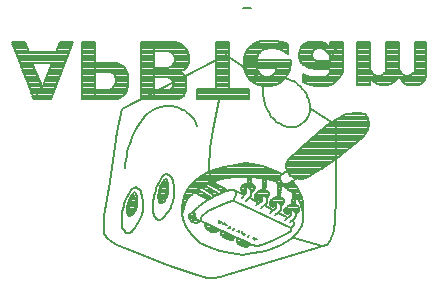
<source format=gbo>
G75*
G70*
%OFA0B0*%
%FSLAX24Y24*%
%IPPOS*%
%LPD*%
%AMOC8*
5,1,8,0,0,1.08239X$1,22.5*
%
%ADD10C,0.0080*%
D10*
X005828Y004216D02*
X005808Y004276D01*
X005788Y004456D01*
X005788Y004856D01*
X005988Y006006D01*
X006228Y007656D01*
X006388Y008416D01*
X009868Y010216D01*
X011148Y009376D01*
X011175Y009500D02*
X011243Y009493D01*
X011302Y009499D01*
X011359Y009516D01*
X011412Y009544D01*
X011458Y009582D01*
X011496Y009628D01*
X011524Y009681D01*
X011541Y009738D01*
X011547Y009797D01*
X010895Y009797D01*
X010895Y010015D01*
X010460Y010015D01*
X010469Y010124D01*
X010494Y010230D01*
X010536Y010331D01*
X010593Y010424D01*
X010664Y010507D01*
X010747Y010578D01*
X010840Y010635D01*
X010941Y010676D01*
X011047Y010702D01*
X011156Y010710D01*
X011460Y010710D01*
X011721Y010667D01*
X011938Y010580D01*
X011938Y010276D01*
X011721Y010406D01*
X011460Y010450D01*
X011286Y010450D01*
X011218Y010444D01*
X011152Y010426D01*
X011090Y010397D01*
X011035Y010358D01*
X010986Y010310D01*
X010947Y010254D01*
X010918Y010192D01*
X010901Y010126D01*
X010895Y010058D01*
X012025Y010058D01*
X012025Y009971D01*
X012016Y009849D01*
X011987Y009729D01*
X011940Y009616D01*
X011876Y009511D01*
X011796Y009418D01*
X011703Y009338D01*
X011598Y009274D01*
X011484Y009227D01*
X011365Y009198D01*
X011243Y009189D01*
X011199Y009189D01*
X011084Y009198D01*
X010971Y009225D01*
X010864Y009269D01*
X010765Y009330D01*
X010676Y009405D01*
X010601Y009493D01*
X010541Y009592D01*
X010496Y009699D01*
X010469Y009812D01*
X010460Y009928D01*
X010460Y010015D01*
X010895Y010015D01*
X010895Y009841D01*
X010901Y009773D01*
X010921Y009708D01*
X010953Y009648D01*
X010997Y009595D01*
X011049Y009552D01*
X011110Y009519D01*
X011175Y009500D01*
X011159Y009504D02*
X010594Y009504D01*
X010546Y009583D02*
X011011Y009583D01*
X010946Y009662D02*
X010512Y009662D01*
X010486Y009740D02*
X010911Y009740D01*
X010897Y009819D02*
X012008Y009819D01*
X012019Y009897D02*
X010895Y009897D01*
X010462Y009897D01*
X010469Y009819D02*
X010895Y009819D01*
X010895Y009976D02*
X012025Y009976D01*
X012025Y010054D02*
X010463Y010054D01*
X010460Y009976D02*
X010895Y009976D01*
X010903Y010133D02*
X010471Y010133D01*
X010490Y010211D02*
X010927Y010211D01*
X010972Y010290D02*
X010519Y010290D01*
X010559Y010368D02*
X011049Y010368D01*
X011257Y010447D02*
X010613Y010447D01*
X010686Y010526D02*
X011938Y010526D01*
X011938Y010447D02*
X011475Y010447D01*
X011784Y010368D02*
X011938Y010368D01*
X011938Y010290D02*
X011915Y010290D01*
X012286Y010276D02*
X012330Y010015D01*
X012460Y009884D01*
X012634Y009797D01*
X012895Y009754D01*
X013330Y009754D01*
X013330Y009623D01*
X013243Y009536D01*
X013156Y009493D01*
X012721Y009493D01*
X012547Y009536D01*
X012417Y009580D01*
X012417Y009319D01*
X012677Y009232D01*
X012851Y009189D01*
X013199Y009189D01*
X013373Y009232D01*
X013504Y009319D01*
X013634Y009449D01*
X013721Y009580D01*
X013764Y009667D01*
X013764Y010667D01*
X013634Y010667D01*
X013330Y010015D01*
X012851Y010015D01*
X012764Y010102D01*
X012721Y010232D01*
X012764Y010363D01*
X012895Y010450D01*
X013025Y010450D01*
X013156Y010406D01*
X013330Y010232D01*
X013330Y010058D01*
X013634Y010667D01*
X013330Y010667D01*
X013330Y010450D01*
X013156Y010623D01*
X013025Y010667D01*
X012677Y010667D01*
X012504Y010623D01*
X012373Y010493D01*
X012286Y010276D01*
X012292Y010290D02*
X012740Y010290D01*
X012728Y010211D02*
X012297Y010211D01*
X012310Y010133D02*
X012754Y010133D01*
X012812Y010054D02*
X012323Y010054D01*
X012369Y009976D02*
X013764Y009976D01*
X013764Y010054D02*
X013348Y010054D01*
X013330Y010133D02*
X013367Y010133D01*
X013385Y010133D02*
X013764Y010133D01*
X013764Y010211D02*
X013421Y010211D01*
X013406Y010211D02*
X013330Y010211D01*
X013272Y010290D02*
X013446Y010290D01*
X013458Y010290D02*
X013764Y010290D01*
X013764Y010368D02*
X013495Y010368D01*
X013485Y010368D02*
X013193Y010368D01*
X013254Y010526D02*
X012406Y010526D01*
X012355Y010447D02*
X012891Y010447D01*
X012773Y010368D02*
X012323Y010368D01*
X012484Y010604D02*
X013175Y010604D01*
X013330Y010604D02*
X013603Y010604D01*
X013605Y010604D02*
X013764Y010604D01*
X013764Y010526D02*
X013568Y010526D01*
X013563Y010526D02*
X013330Y010526D01*
X013524Y010447D02*
X013033Y010447D01*
X013531Y010447D02*
X013764Y010447D01*
X014243Y010447D02*
X014678Y010447D01*
X014678Y010526D02*
X014243Y010526D01*
X014243Y010604D02*
X014678Y010604D01*
X014678Y010667D02*
X014243Y010667D01*
X014243Y009232D01*
X014678Y009232D01*
X014678Y009449D01*
X014764Y009363D01*
X014895Y009276D01*
X015069Y009232D01*
X015199Y009232D01*
X015373Y009276D01*
X015504Y009363D01*
X015591Y009449D01*
X015678Y009449D01*
X015765Y009319D01*
X015895Y009232D01*
X016286Y009232D01*
X016373Y009276D01*
X016504Y009406D01*
X016547Y009536D01*
X016547Y010667D01*
X016156Y010667D01*
X016156Y009667D01*
X016069Y009580D01*
X015982Y009536D01*
X015851Y009536D01*
X015721Y009580D01*
X015634Y009754D01*
X015634Y010667D01*
X015199Y010667D01*
X015199Y009667D01*
X015112Y009580D01*
X015025Y009536D01*
X014851Y009536D01*
X014764Y009580D01*
X014678Y009754D01*
X014678Y010667D01*
X014678Y010368D02*
X014243Y010368D01*
X014243Y010290D02*
X014678Y010290D01*
X014678Y010211D02*
X014243Y010211D01*
X014243Y010133D02*
X014678Y010133D01*
X014678Y010054D02*
X014243Y010054D01*
X014243Y009976D02*
X014678Y009976D01*
X014678Y009897D02*
X014243Y009897D01*
X014243Y009819D02*
X014678Y009819D01*
X014684Y009740D02*
X014243Y009740D01*
X014243Y009662D02*
X014724Y009662D01*
X014763Y009583D02*
X014243Y009583D01*
X014243Y009504D02*
X016536Y009504D01*
X016547Y009583D02*
X016072Y009583D01*
X016151Y009662D02*
X016547Y009662D01*
X016547Y009740D02*
X016156Y009740D01*
X016156Y009819D02*
X016547Y009819D01*
X016547Y009897D02*
X016156Y009897D01*
X016156Y009976D02*
X016547Y009976D01*
X016547Y010054D02*
X016156Y010054D01*
X016156Y010133D02*
X016547Y010133D01*
X016547Y010211D02*
X016156Y010211D01*
X016156Y010290D02*
X016547Y010290D01*
X016547Y010368D02*
X016156Y010368D01*
X016156Y010447D02*
X016547Y010447D01*
X016547Y010526D02*
X016156Y010526D01*
X016156Y010604D02*
X016547Y010604D01*
X015634Y010604D02*
X015199Y010604D01*
X015199Y010526D02*
X015634Y010526D01*
X015634Y010447D02*
X015199Y010447D01*
X015199Y010368D02*
X015634Y010368D01*
X015634Y010290D02*
X015199Y010290D01*
X015199Y010211D02*
X015634Y010211D01*
X015634Y010133D02*
X015199Y010133D01*
X015199Y010054D02*
X015634Y010054D01*
X015634Y009976D02*
X015199Y009976D01*
X015199Y009897D02*
X015634Y009897D01*
X015634Y009819D02*
X015199Y009819D01*
X015199Y009740D02*
X015641Y009740D01*
X015680Y009662D02*
X015194Y009662D01*
X015115Y009583D02*
X015720Y009583D01*
X015693Y009426D02*
X016510Y009426D01*
X016445Y009347D02*
X015746Y009347D01*
X015840Y009269D02*
X016360Y009269D01*
X015567Y009426D02*
X014701Y009426D01*
X014678Y009426D02*
X014243Y009426D01*
X014243Y009347D02*
X014678Y009347D01*
X014678Y009269D02*
X014243Y009269D01*
X014787Y009347D02*
X015481Y009347D01*
X015346Y009269D02*
X014922Y009269D01*
X013762Y009662D02*
X013330Y009662D01*
X013330Y009740D02*
X013764Y009740D01*
X013764Y009819D02*
X012591Y009819D01*
X012447Y009897D02*
X013764Y009897D01*
X013723Y009583D02*
X013289Y009583D01*
X013179Y009504D02*
X013671Y009504D01*
X013610Y009426D02*
X012417Y009426D01*
X012417Y009504D02*
X012675Y009504D01*
X012567Y009269D02*
X013428Y009269D01*
X013532Y009347D02*
X012417Y009347D01*
X011108Y009216D02*
X011100Y009144D01*
X011096Y009071D01*
X011095Y008999D01*
X011099Y008926D01*
X011107Y008854D01*
X011119Y008783D01*
X011134Y008712D01*
X011153Y008642D01*
X011177Y008573D01*
X011203Y008506D01*
X011234Y008440D01*
X011268Y008376D01*
X011828Y009456D02*
X011889Y009441D01*
X011949Y009423D01*
X012008Y009401D01*
X012066Y009375D01*
X012122Y009346D01*
X012176Y009314D01*
X012228Y009279D01*
X012278Y009241D01*
X012325Y009200D01*
X012370Y009156D01*
X012412Y009109D01*
X012452Y009060D01*
X012489Y009009D01*
X012522Y008956D01*
X012552Y008901D01*
X012579Y008844D01*
X012603Y008786D01*
X012623Y008726D01*
X012639Y008665D01*
X012652Y008604D01*
X012661Y008541D01*
X012666Y008479D01*
X012668Y008416D01*
X012708Y008416D02*
X013548Y007896D01*
X013548Y005456D01*
X013508Y004736D01*
X013468Y004376D01*
X013348Y004016D01*
X013228Y003896D01*
X013068Y003856D01*
X012148Y004136D01*
X012028Y004096D02*
X011708Y003896D01*
X011308Y003736D01*
X011028Y003656D01*
X010748Y003616D01*
X010428Y003576D01*
X010028Y003616D01*
X009668Y003696D01*
X009308Y003816D01*
X008988Y003976D01*
X008748Y004216D01*
X008548Y004496D01*
X008428Y004776D01*
X008408Y004936D01*
X008468Y005136D01*
X008408Y005156D01*
X008408Y004936D01*
X008468Y005136D02*
X008508Y005276D01*
X008588Y005456D01*
X008908Y005736D01*
X009308Y005976D01*
X009708Y006096D01*
X010148Y006176D01*
X010668Y006176D01*
X011108Y006136D01*
X011508Y006016D01*
X011828Y005816D01*
X012108Y005616D01*
X012208Y005556D01*
X012168Y005216D01*
X012208Y005216D01*
X012288Y005156D01*
X012308Y005096D01*
X012288Y005016D01*
X012228Y004976D01*
X012048Y005096D01*
X012008Y005056D01*
X012008Y004976D01*
X011908Y004936D01*
X011828Y004976D01*
X011808Y005076D01*
X011888Y005156D01*
X011988Y005216D01*
X012068Y005236D01*
X012108Y005616D01*
X012348Y005336D01*
X012428Y004976D01*
X012428Y004736D01*
X012388Y004536D01*
X012228Y004296D01*
X012028Y004096D01*
X011948Y004296D02*
X012028Y004376D01*
X012048Y004456D01*
X012148Y004556D01*
X012148Y004636D01*
X012088Y004696D01*
X012148Y004776D02*
X011988Y004656D01*
X011828Y004736D02*
X012028Y004896D01*
X012028Y005056D01*
X012008Y005027D02*
X011818Y005027D01*
X011838Y005106D02*
X012305Y005106D01*
X012291Y005027D02*
X012151Y005027D01*
X012188Y004976D02*
X012188Y004856D01*
X012148Y004776D01*
X011908Y004816D02*
X011608Y004976D01*
X011708Y005056D01*
X011708Y005216D01*
X011728Y005236D02*
X011568Y005336D01*
X011528Y005296D01*
X011508Y005196D01*
X011428Y005176D01*
X011348Y005236D01*
X011348Y005356D01*
X011428Y005436D01*
X011548Y005496D01*
X011588Y005536D01*
X011608Y005936D01*
X011708Y005896D01*
X011668Y005496D01*
X011728Y005456D01*
X011788Y005396D01*
X011788Y005336D01*
X011768Y005276D01*
X011728Y005236D01*
X011755Y005263D02*
X011685Y005263D01*
X011788Y005342D02*
X011348Y005342D01*
X011348Y005263D02*
X011522Y005263D01*
X011548Y005296D02*
X011548Y005136D01*
X011348Y004976D01*
X011428Y005056D02*
X011128Y005216D01*
X011188Y005256D02*
X011228Y005296D01*
X011228Y005456D01*
X011228Y005476D02*
X011088Y005576D01*
X011048Y005516D01*
X011008Y005396D01*
X010888Y005396D01*
X010828Y005456D01*
X010828Y005576D01*
X010928Y005676D01*
X011048Y005736D01*
X011088Y005776D01*
X011108Y006096D01*
X011208Y006096D01*
X011188Y005876D01*
X011168Y005736D01*
X011228Y005696D01*
X011308Y005636D01*
X011308Y005576D01*
X011268Y005496D01*
X011228Y005476D01*
X011197Y005499D02*
X011270Y005499D01*
X011308Y005577D02*
X010829Y005577D01*
X010828Y005499D02*
X011043Y005499D01*
X011068Y005536D02*
X011068Y005376D01*
X010968Y005296D01*
X010668Y005456D01*
X010708Y005536D02*
X010548Y005376D01*
X010388Y005456D02*
X010548Y005616D01*
X010548Y005776D01*
X010565Y005813D02*
X010387Y005813D01*
X010368Y005756D02*
X010408Y005876D01*
X010468Y005916D01*
X010588Y005936D01*
X010588Y006136D01*
X010708Y006136D01*
X010708Y005936D01*
X010808Y005896D01*
X010828Y005816D01*
X010808Y005716D01*
X010748Y005656D01*
X010728Y005716D01*
X010568Y005816D01*
X010508Y005756D01*
X010488Y005616D01*
X010408Y005636D01*
X010368Y005756D01*
X010376Y005734D02*
X010505Y005734D01*
X010494Y005656D02*
X010402Y005656D01*
X010468Y005556D02*
X010188Y005696D01*
X010108Y005736D01*
X010028Y005736D01*
X009868Y005696D01*
X009508Y005536D01*
X009628Y005596D01*
X009148Y005896D01*
X009028Y005836D01*
X009508Y005536D01*
X009188Y005376D01*
X008948Y005176D01*
X008788Y005016D01*
X008828Y004856D01*
X008908Y004736D01*
X009028Y004696D01*
X010748Y003896D01*
X010908Y003856D01*
X011068Y003896D01*
X011468Y004056D01*
X011948Y004296D01*
X012048Y004456D02*
X010148Y005376D01*
X010068Y005376D01*
X009868Y005296D01*
X009268Y005016D01*
X009028Y004816D01*
X009028Y004696D01*
X008968Y004713D02*
X008717Y004713D01*
X008748Y004676D02*
X008868Y004616D01*
X008968Y004656D01*
X008968Y004716D01*
X008888Y004736D01*
X008808Y004836D01*
X008788Y004996D01*
X008708Y004976D01*
X008648Y004896D01*
X008648Y004796D01*
X008748Y004676D01*
X008831Y004635D02*
X008915Y004635D01*
X008844Y004792D02*
X008652Y004792D01*
X008648Y004870D02*
X008804Y004870D01*
X008794Y004949D02*
X008688Y004949D01*
X008482Y005185D02*
X008413Y005185D01*
X008408Y005156D02*
X008468Y005536D01*
X008528Y005676D01*
X008628Y005816D01*
X008788Y005996D01*
X008948Y006136D01*
X009348Y006376D01*
X009788Y006496D01*
X010188Y006576D01*
X010548Y006616D01*
X011108Y006536D01*
X011668Y006296D01*
X011708Y006256D01*
X011668Y006176D01*
X011668Y006096D01*
X011708Y005976D01*
X011828Y005936D01*
X011948Y005936D01*
X012068Y006016D01*
X012228Y005816D01*
X012388Y005496D01*
X012428Y005296D01*
X012428Y004976D01*
X012428Y005027D02*
X012417Y005027D01*
X012428Y005106D02*
X012399Y005106D01*
X012382Y005185D02*
X012428Y005185D01*
X012428Y005263D02*
X012365Y005263D01*
X012344Y005342D02*
X012419Y005342D01*
X012404Y005420D02*
X012276Y005420D01*
X012192Y005420D02*
X012088Y005420D01*
X012079Y005342D02*
X012183Y005342D01*
X012174Y005263D02*
X012071Y005263D01*
X011936Y005185D02*
X012250Y005185D01*
X012209Y005499D02*
X012387Y005499D01*
X012348Y005577D02*
X012142Y005577D01*
X012173Y005577D02*
X012104Y005577D01*
X012096Y005499D02*
X012202Y005499D01*
X012309Y005656D02*
X012053Y005656D01*
X011943Y005734D02*
X012269Y005734D01*
X012230Y005813D02*
X011833Y005813D01*
X011700Y005813D02*
X011602Y005813D01*
X011606Y005891D02*
X011708Y005891D01*
X012168Y005891D01*
X012105Y005970D02*
X011999Y005970D01*
X012028Y005976D02*
X012268Y006176D01*
X012203Y006127D02*
X012512Y006127D01*
X012548Y006136D02*
X012388Y006096D01*
X012148Y006136D01*
X011988Y006216D01*
X011908Y006376D01*
X011708Y006216D01*
X011683Y006206D02*
X009064Y006206D01*
X008938Y006127D02*
X009879Y006127D01*
X009550Y006049D02*
X008848Y006049D01*
X008765Y005970D02*
X009298Y005970D01*
X009258Y005970D02*
X009476Y005970D01*
X009386Y005891D02*
X009603Y005891D01*
X009514Y005813D02*
X009731Y005813D01*
X009641Y005734D02*
X009859Y005734D01*
X009888Y005716D02*
X009768Y005656D01*
X009248Y005976D01*
X009368Y006036D01*
X009888Y005716D01*
X009591Y005577D02*
X009443Y005577D01*
X009388Y005476D02*
X009248Y005416D01*
X008808Y005676D01*
X008908Y005756D01*
X009388Y005476D01*
X009350Y005499D02*
X009109Y005499D01*
X009215Y005577D02*
X008976Y005577D01*
X009080Y005656D02*
X008843Y005656D01*
X008817Y005656D02*
X008520Y005656D01*
X008486Y005577D02*
X008727Y005577D01*
X008637Y005499D02*
X008462Y005499D01*
X007628Y005336D02*
X007619Y005394D01*
X007613Y005451D01*
X007611Y005509D01*
X007613Y005568D01*
X007618Y005625D01*
X007628Y005683D01*
X007641Y005739D01*
X007657Y005795D01*
X007677Y005849D01*
X007701Y005902D01*
X007728Y005954D01*
X007758Y006003D01*
X007792Y006051D01*
X007828Y006096D01*
X007868Y006096D01*
X007749Y006176D02*
X007762Y006195D01*
X007777Y006212D01*
X007795Y006226D01*
X007815Y006238D01*
X007837Y006246D01*
X007859Y006252D01*
X007882Y006254D01*
X007905Y006253D01*
X007928Y006248D01*
X007949Y006240D01*
X007970Y006229D01*
X007988Y006216D01*
X007828Y006016D02*
X007908Y005776D01*
X007828Y005496D01*
X007668Y005336D01*
X007668Y005696D01*
X007828Y006016D01*
X007844Y005970D02*
X007805Y005970D01*
X007766Y005891D02*
X007870Y005891D01*
X007896Y005813D02*
X007727Y005813D01*
X007687Y005734D02*
X007896Y005734D01*
X007874Y005656D02*
X007668Y005656D01*
X007668Y005577D02*
X007851Y005577D01*
X007829Y005499D02*
X007668Y005499D01*
X007668Y005420D02*
X007752Y005420D01*
X007788Y005336D02*
X007708Y005296D01*
X007668Y005296D01*
X007628Y005336D01*
X007668Y005342D02*
X007674Y005342D01*
X007428Y005016D02*
X007433Y004982D01*
X007440Y004949D01*
X007451Y004916D01*
X007465Y004885D01*
X007482Y004855D01*
X007501Y004826D01*
X007524Y004800D01*
X007548Y004776D01*
X007549Y004776D02*
X007567Y004763D01*
X007588Y004752D01*
X007609Y004744D01*
X007632Y004739D01*
X007655Y004738D01*
X007678Y004740D01*
X007700Y004746D01*
X007722Y004754D01*
X007742Y004766D01*
X007760Y004780D01*
X007775Y004797D01*
X007788Y004816D01*
X006588Y004896D02*
X006579Y004954D01*
X006573Y005011D01*
X006571Y005069D01*
X006573Y005128D01*
X006578Y005185D01*
X006588Y005243D01*
X006601Y005299D01*
X006617Y005355D01*
X006637Y005409D01*
X006661Y005462D01*
X006688Y005514D01*
X006718Y005563D01*
X006752Y005611D01*
X006788Y005656D01*
X006828Y005656D01*
X006709Y005736D02*
X006722Y005755D01*
X006737Y005772D01*
X006755Y005786D01*
X006775Y005798D01*
X006797Y005806D01*
X006819Y005812D01*
X006842Y005814D01*
X006865Y005813D01*
X006888Y005808D01*
X006909Y005800D01*
X006930Y005789D01*
X006948Y005776D01*
X008108Y005977D02*
X008122Y005912D01*
X008133Y005847D01*
X008141Y005781D01*
X008144Y005715D01*
X008145Y005648D01*
X008141Y005582D01*
X008134Y005516D01*
X008124Y005451D01*
X008110Y005386D01*
X008092Y005323D01*
X008071Y005260D01*
X008046Y005198D01*
X008019Y005138D01*
X007988Y005080D01*
X007954Y005023D01*
X007916Y004968D01*
X007876Y004915D01*
X007833Y004865D01*
X007788Y004817D01*
X006708Y005736D02*
X006661Y005662D01*
X006617Y005587D01*
X006577Y005509D01*
X006540Y005429D01*
X006508Y005348D01*
X006479Y005266D01*
X006454Y005182D01*
X006432Y005097D01*
X006415Y005012D01*
X006401Y004925D01*
X006392Y004838D01*
X006386Y004751D01*
X006385Y004663D01*
X006388Y004576D01*
X006509Y004336D02*
X006527Y004323D01*
X006548Y004312D01*
X006569Y004304D01*
X006592Y004299D01*
X006615Y004298D01*
X006638Y004300D01*
X006660Y004306D01*
X006682Y004314D01*
X006702Y004326D01*
X006720Y004340D01*
X006735Y004357D01*
X006748Y004376D01*
X006508Y004336D02*
X006484Y004360D01*
X006461Y004386D01*
X006442Y004415D01*
X006425Y004445D01*
X006411Y004476D01*
X006400Y004509D01*
X006393Y004542D01*
X006388Y004576D01*
X006628Y004856D02*
X006668Y004856D01*
X006748Y004896D01*
X006681Y004949D02*
X006628Y004949D01*
X006628Y004896D02*
X006788Y005056D01*
X006868Y005336D01*
X006788Y005576D01*
X006628Y005256D01*
X006628Y004896D01*
X006588Y004896D02*
X006628Y004856D01*
X006628Y005027D02*
X006760Y005027D01*
X006803Y005106D02*
X006628Y005106D01*
X006628Y005185D02*
X006825Y005185D01*
X006847Y005263D02*
X006632Y005263D01*
X006671Y005342D02*
X006867Y005342D01*
X006840Y005420D02*
X006710Y005420D01*
X006750Y005499D02*
X006814Y005499D01*
X007068Y005536D02*
X007060Y005574D01*
X007048Y005611D01*
X007034Y005647D01*
X007017Y005682D01*
X006996Y005715D01*
X006974Y005747D01*
X006948Y005776D01*
X007788Y005336D02*
X007820Y005376D01*
X007848Y005418D01*
X007873Y005462D01*
X007894Y005508D01*
X007913Y005555D01*
X007927Y005604D01*
X007938Y005653D01*
X007945Y005704D01*
X007949Y005754D01*
X007948Y005805D01*
X007944Y005856D01*
X007936Y005906D01*
X007925Y005955D01*
X007909Y006004D01*
X007891Y006051D01*
X007868Y006096D01*
X007988Y006216D02*
X008014Y006187D01*
X008036Y006155D01*
X008057Y006122D01*
X008074Y006087D01*
X008088Y006051D01*
X008100Y006014D01*
X008108Y005976D01*
X008570Y005734D02*
X008906Y005734D01*
X008881Y005734D02*
X008946Y005734D01*
X009036Y005813D02*
X008626Y005813D01*
X008695Y005891D02*
X009167Y005891D01*
X009156Y005891D02*
X009139Y005891D01*
X009066Y005813D02*
X009281Y005813D01*
X009191Y005734D02*
X009407Y005734D01*
X009317Y005656D02*
X009533Y005656D01*
X009258Y005420D02*
X009241Y005420D01*
X007748Y006176D02*
X007701Y006102D01*
X007657Y006027D01*
X007617Y005949D01*
X007580Y005869D01*
X007548Y005788D01*
X007519Y005706D01*
X007494Y005622D01*
X007472Y005537D01*
X007455Y005452D01*
X007441Y005365D01*
X007432Y005278D01*
X007426Y005191D01*
X007425Y005103D01*
X007428Y005016D01*
X008425Y005263D02*
X008505Y005263D01*
X008537Y005342D02*
X008438Y005342D01*
X008450Y005420D02*
X008572Y005420D01*
X009188Y004616D02*
X009648Y004396D01*
X009548Y004336D01*
X009388Y004316D01*
X009228Y004416D01*
X009168Y004516D01*
X009188Y004616D01*
X009176Y004556D02*
X009314Y004556D01*
X009191Y004478D02*
X009478Y004478D01*
X009424Y004321D02*
X009381Y004321D01*
X009256Y004399D02*
X009642Y004399D01*
X009708Y004376D02*
X010148Y004136D01*
X010108Y004076D01*
X010008Y004056D01*
X009828Y004116D01*
X009688Y004256D01*
X009708Y004376D01*
X009699Y004321D02*
X009810Y004321D01*
X009702Y004242D02*
X009954Y004242D01*
X009922Y004085D02*
X010114Y004085D01*
X010098Y004164D02*
X009781Y004164D01*
X009968Y004456D02*
X009948Y004476D01*
X009988Y004476D02*
X010008Y004536D01*
X009888Y004576D02*
X009868Y004576D01*
X009868Y004556D02*
X009808Y004636D01*
X009788Y004616D02*
X009768Y004596D01*
X009728Y004676D02*
X009648Y004636D01*
X009648Y004716D01*
X010088Y004396D02*
X010148Y004456D01*
X010148Y004436D02*
X010148Y004416D01*
X010228Y004356D02*
X010248Y004356D01*
X010288Y004336D02*
X010288Y004396D01*
X010408Y004356D02*
X010408Y004296D01*
X010428Y004276D02*
X010508Y004276D01*
X010468Y004256D02*
X010468Y004236D01*
X010608Y004176D02*
X010648Y004216D01*
X010768Y004116D02*
X010888Y004096D01*
X010828Y004056D02*
X010808Y004096D01*
X010499Y004006D02*
X010240Y004006D01*
X010228Y004036D02*
X010268Y003936D01*
X010408Y003856D01*
X010568Y003836D01*
X010688Y003916D01*
X010268Y004116D01*
X010228Y004036D01*
X010253Y004085D02*
X010334Y004085D01*
X010283Y003928D02*
X010664Y003928D01*
X010588Y003849D02*
X010463Y003849D01*
X009668Y002836D02*
X009468Y002796D01*
X009228Y002796D01*
X008788Y002916D01*
X007988Y003196D01*
X006228Y003896D01*
X006068Y003996D01*
X005908Y004136D01*
X005828Y004216D01*
X006748Y004377D02*
X006793Y004425D01*
X006836Y004475D01*
X006876Y004528D01*
X006914Y004583D01*
X006948Y004640D01*
X006979Y004698D01*
X007006Y004758D01*
X007031Y004820D01*
X007052Y004883D01*
X007070Y004946D01*
X007084Y005011D01*
X007094Y005076D01*
X007101Y005142D01*
X007105Y005208D01*
X007104Y005275D01*
X007101Y005341D01*
X007093Y005407D01*
X007082Y005472D01*
X007068Y005537D01*
X006828Y005656D02*
X006851Y005611D01*
X006869Y005564D01*
X006885Y005515D01*
X006896Y005466D01*
X006904Y005416D01*
X006908Y005365D01*
X006909Y005314D01*
X006905Y005264D01*
X006898Y005213D01*
X006887Y005164D01*
X006873Y005115D01*
X006854Y005068D01*
X006833Y005022D01*
X006808Y004978D01*
X006780Y004936D01*
X006748Y004896D01*
X009195Y006284D02*
X011680Y006284D01*
X011668Y006127D02*
X011139Y006127D01*
X011105Y006049D02*
X011204Y006049D01*
X011197Y005970D02*
X011100Y005970D01*
X011096Y005891D02*
X011190Y005891D01*
X011179Y005813D02*
X011091Y005813D01*
X011045Y005734D02*
X011171Y005734D01*
X011282Y005656D02*
X010908Y005656D01*
X010812Y005734D02*
X010699Y005734D01*
X010708Y005696D02*
X010708Y005536D01*
X010864Y005420D02*
X011016Y005420D01*
X010968Y005296D02*
X010868Y005216D01*
X011028Y005136D02*
X011188Y005256D01*
X011417Y005185D02*
X011462Y005185D01*
X011412Y005420D02*
X011764Y005420D01*
X011669Y005499D02*
X011551Y005499D01*
X011590Y005577D02*
X011676Y005577D01*
X011684Y005656D02*
X011594Y005656D01*
X011598Y005734D02*
X011692Y005734D01*
X011727Y005970D02*
X011582Y005970D01*
X011684Y006049D02*
X011400Y006049D01*
X011513Y006363D02*
X009326Y006363D01*
X006509Y006447D02*
X006516Y006583D01*
X006531Y006718D01*
X006551Y006853D01*
X006578Y006986D01*
X006612Y007118D01*
X006651Y007248D01*
X006697Y007377D01*
X006749Y007503D01*
X006806Y007626D01*
X006870Y007747D01*
X006939Y007864D01*
X007014Y007978D01*
X007093Y008088D01*
X007179Y008194D01*
X007269Y008297D01*
X007460Y008754D02*
X007025Y008754D01*
X007025Y010667D01*
X007460Y010667D01*
X007460Y010363D01*
X007895Y010363D01*
X007946Y010358D01*
X007995Y010343D01*
X008040Y010319D01*
X008079Y010286D01*
X008112Y010247D01*
X008136Y010202D01*
X008151Y010153D01*
X008156Y010102D01*
X008156Y010058D01*
X008151Y010007D01*
X008136Y009958D01*
X008112Y009913D01*
X008079Y009874D01*
X008040Y009841D01*
X007994Y009817D01*
X007946Y009802D01*
X007895Y009797D01*
X007460Y009797D01*
X007460Y009493D01*
X007895Y009493D01*
X007937Y009489D01*
X007978Y009476D01*
X008015Y009456D01*
X008048Y009429D01*
X008075Y009396D01*
X008096Y009359D01*
X008108Y009318D01*
X008112Y009276D01*
X008112Y009232D01*
X008108Y009193D01*
X008095Y009157D01*
X008074Y009124D01*
X008047Y009096D01*
X008014Y009075D01*
X007977Y009063D01*
X007938Y009058D01*
X007460Y009058D01*
X007460Y008754D01*
X008156Y008754D01*
X008228Y008757D01*
X008299Y008774D01*
X008365Y008804D01*
X008423Y008847D01*
X008473Y008900D01*
X008510Y008962D01*
X008536Y009030D01*
X008547Y009102D01*
X008547Y009363D01*
X008541Y009422D01*
X008524Y009479D01*
X008496Y009532D01*
X008458Y009578D01*
X008412Y009616D01*
X008359Y009644D01*
X008302Y009661D01*
X008243Y009667D01*
X008310Y009673D01*
X008376Y009690D01*
X008438Y009719D01*
X008494Y009758D01*
X008542Y009807D01*
X008581Y009863D01*
X008610Y009924D01*
X008628Y009990D01*
X008634Y010058D01*
X008634Y010102D01*
X008625Y010200D01*
X008600Y010295D01*
X008558Y010384D01*
X008502Y010465D01*
X008432Y010535D01*
X008351Y010591D01*
X008262Y010633D01*
X008167Y010658D01*
X008069Y010667D01*
X007460Y010667D01*
X007460Y008754D01*
X007460Y008798D02*
X008351Y008798D01*
X008451Y008876D02*
X007460Y008876D01*
X007025Y008876D01*
X007025Y008798D02*
X007460Y008798D01*
X007460Y008955D02*
X008506Y008955D01*
X008536Y009033D02*
X007460Y009033D01*
X007025Y009033D01*
X007025Y008955D02*
X007460Y008955D01*
X007460Y009112D02*
X007025Y009112D01*
X007025Y009190D02*
X007460Y009190D01*
X007460Y009269D02*
X007025Y009269D01*
X007025Y009347D02*
X007460Y009347D01*
X007460Y009426D02*
X007025Y009426D01*
X007025Y009504D02*
X007460Y009504D01*
X008510Y009504D01*
X008540Y009426D02*
X008051Y009426D01*
X008099Y009347D02*
X008547Y009347D01*
X008547Y009269D02*
X008112Y009269D01*
X008107Y009190D02*
X008547Y009190D01*
X008547Y009112D02*
X008062Y009112D01*
X008451Y009583D02*
X007460Y009583D01*
X007025Y009583D01*
X007025Y009662D02*
X007460Y009662D01*
X008297Y009662D01*
X008468Y009740D02*
X007460Y009740D01*
X007025Y009740D01*
X007025Y009819D02*
X007460Y009819D01*
X007460Y009897D02*
X007025Y009897D01*
X007025Y009976D02*
X007460Y009976D01*
X007460Y010054D02*
X007025Y010054D01*
X007025Y010133D02*
X007460Y010133D01*
X007460Y010211D02*
X007025Y010211D01*
X007025Y010290D02*
X007460Y010290D01*
X007460Y010368D02*
X008565Y010368D01*
X008601Y010290D02*
X008075Y010290D01*
X008131Y010211D02*
X008622Y010211D01*
X008631Y010133D02*
X008153Y010133D01*
X008155Y010054D02*
X008634Y010054D01*
X008624Y009976D02*
X008141Y009976D01*
X008098Y009897D02*
X008598Y009897D01*
X008551Y009819D02*
X007997Y009819D01*
X007460Y010368D02*
X007025Y010368D01*
X007025Y010447D02*
X007460Y010447D01*
X008514Y010447D01*
X008441Y010526D02*
X007460Y010526D01*
X007025Y010526D01*
X007025Y010604D02*
X007460Y010604D01*
X008324Y010604D01*
X009547Y010604D02*
X009982Y010604D01*
X009982Y010667D02*
X009547Y010667D01*
X009547Y009102D01*
X008895Y009102D01*
X008895Y008754D01*
X010634Y008754D01*
X010634Y009102D01*
X009982Y009102D01*
X009982Y010667D01*
X009982Y010526D02*
X009547Y010526D01*
X009547Y010447D02*
X009982Y010447D01*
X009982Y010368D02*
X009547Y010368D01*
X009547Y010290D02*
X009982Y010290D01*
X009982Y010211D02*
X009547Y010211D01*
X009547Y010133D02*
X009982Y010133D01*
X009982Y010054D02*
X009547Y010054D01*
X009547Y009976D02*
X009982Y009976D01*
X009982Y009897D02*
X009547Y009897D01*
X009547Y009819D02*
X009982Y009819D01*
X009982Y009740D02*
X009547Y009740D01*
X009547Y009662D02*
X009982Y009662D01*
X009982Y009583D02*
X009547Y009583D01*
X009547Y009504D02*
X009982Y009504D01*
X009982Y009426D02*
X009547Y009426D01*
X009547Y009347D02*
X009982Y009347D01*
X009982Y009269D02*
X009547Y009269D01*
X009547Y009190D02*
X009982Y009190D01*
X009982Y009112D02*
X009547Y009112D01*
X009628Y008736D02*
X009428Y007736D01*
X009348Y007136D01*
X009308Y006456D01*
X009348Y006256D01*
X009587Y006441D02*
X011330Y006441D01*
X011146Y006520D02*
X009907Y006520D01*
X010388Y006598D02*
X010673Y006598D01*
X010708Y006127D02*
X010588Y006127D01*
X010588Y006049D02*
X010708Y006049D01*
X010708Y005970D02*
X010588Y005970D01*
X010574Y005813D02*
X010828Y005813D01*
X010809Y005891D02*
X010431Y005891D01*
X010188Y005696D02*
X010188Y005576D01*
X010148Y005416D01*
X011508Y004896D02*
X011608Y004976D01*
X011883Y004949D02*
X011940Y004949D01*
X013108Y003856D02*
X009668Y002836D01*
X012009Y006206D02*
X012667Y006206D01*
X012548Y006136D02*
X013028Y006416D01*
X013548Y006776D01*
X014028Y007176D01*
X014428Y007496D01*
X014588Y007736D01*
X014628Y007936D01*
X014588Y008136D01*
X014508Y008256D01*
X014268Y008296D01*
X013868Y008256D01*
X013628Y008136D01*
X013228Y007896D01*
X012388Y007176D01*
X011908Y006696D01*
X011868Y006536D01*
X011908Y006376D01*
X011915Y006363D02*
X012937Y006363D01*
X013065Y006441D02*
X011892Y006441D01*
X011872Y006520D02*
X013178Y006520D01*
X013292Y006598D02*
X011884Y006598D01*
X011904Y006677D02*
X013405Y006677D01*
X013518Y006755D02*
X011968Y006755D01*
X012046Y006834D02*
X013618Y006834D01*
X013712Y006913D02*
X012125Y006913D01*
X012203Y006991D02*
X013806Y006991D01*
X013901Y007070D02*
X012282Y007070D01*
X012360Y007148D02*
X013995Y007148D01*
X014092Y007227D02*
X012447Y007227D01*
X012539Y007305D02*
X014190Y007305D01*
X014288Y007384D02*
X012631Y007384D01*
X012722Y007462D02*
X014386Y007462D01*
X014458Y007541D02*
X012814Y007541D01*
X012905Y007619D02*
X014511Y007619D01*
X014563Y007698D02*
X012997Y007698D01*
X013089Y007776D02*
X014596Y007776D01*
X014612Y007855D02*
X013180Y007855D01*
X013291Y007934D02*
X014628Y007934D01*
X014613Y008012D02*
X013422Y008012D01*
X013553Y008091D02*
X014597Y008091D01*
X014566Y008169D02*
X013694Y008169D01*
X013852Y008248D02*
X014514Y008248D01*
X013206Y009190D02*
X012845Y009190D01*
X011748Y007896D02*
X011695Y007919D01*
X011643Y007946D01*
X011593Y007976D01*
X011546Y008010D01*
X011501Y008047D01*
X011458Y008086D01*
X011419Y008129D01*
X011382Y008174D01*
X011348Y008221D01*
X011318Y008271D01*
X011291Y008323D01*
X011268Y008376D01*
X010634Y008798D02*
X008895Y008798D01*
X008895Y008876D02*
X010634Y008876D01*
X010634Y008955D02*
X008895Y008955D01*
X008895Y009033D02*
X010634Y009033D01*
X010864Y009269D02*
X011586Y009269D01*
X011714Y009347D02*
X010744Y009347D01*
X010659Y009426D02*
X011803Y009426D01*
X011870Y009504D02*
X011320Y009504D01*
X011459Y009583D02*
X011920Y009583D01*
X011959Y009662D02*
X011513Y009662D01*
X011541Y009740D02*
X011990Y009740D01*
X011264Y009190D02*
X011178Y009190D01*
X011748Y007896D02*
X011794Y007875D01*
X011841Y007857D01*
X011889Y007843D01*
X011938Y007833D01*
X011988Y007827D01*
X012038Y007825D01*
X012088Y007827D01*
X012138Y007833D01*
X012187Y007843D01*
X012235Y007856D01*
X012282Y007874D01*
X012327Y007895D01*
X012371Y007919D01*
X012413Y007947D01*
X012452Y007979D01*
X012488Y008013D01*
X012522Y008050D01*
X012553Y008090D01*
X012580Y008132D01*
X012604Y008176D01*
X012625Y008221D01*
X012641Y008268D01*
X012654Y008317D01*
X012664Y008366D01*
X012669Y008416D01*
X012802Y006284D02*
X011954Y006284D01*
X008908Y007856D02*
X008883Y007915D01*
X008855Y007972D01*
X008823Y008027D01*
X008788Y008080D01*
X008750Y008131D01*
X008709Y008180D01*
X008665Y008226D01*
X008618Y008269D01*
X008569Y008310D01*
X008517Y008347D01*
X008463Y008381D01*
X008407Y008412D01*
X008350Y008439D01*
X008291Y008463D01*
X008230Y008483D01*
X008169Y008500D01*
X008106Y008513D01*
X008043Y008522D01*
X007980Y008527D01*
X007916Y008528D01*
X007852Y008525D01*
X007789Y008519D01*
X007726Y008509D01*
X007664Y008495D01*
X007603Y008477D01*
X007543Y008455D01*
X007484Y008430D01*
X007427Y008402D01*
X007372Y008370D01*
X007319Y008334D01*
X007268Y008296D01*
X006470Y008900D02*
X006411Y008847D01*
X006343Y008804D01*
X006269Y008774D01*
X006192Y008757D01*
X006112Y008754D01*
X005503Y008754D01*
X005503Y009058D01*
X005895Y009058D01*
X005954Y009064D01*
X006011Y009081D01*
X006064Y009109D01*
X006110Y009147D01*
X006148Y009193D01*
X006176Y009246D01*
X006193Y009303D01*
X006199Y009363D01*
X006199Y009406D01*
X006194Y009457D01*
X006179Y009506D01*
X006155Y009551D01*
X006123Y009590D01*
X006083Y009623D01*
X006038Y009647D01*
X005989Y009662D01*
X005938Y009667D01*
X005503Y009667D01*
X005503Y009971D01*
X006069Y009971D01*
X006149Y009976D01*
X006229Y009966D01*
X006306Y009943D01*
X006377Y009906D01*
X006442Y009858D01*
X006496Y009799D01*
X006540Y009732D01*
X006572Y009658D01*
X006590Y009580D01*
X006590Y009189D01*
X006580Y009110D01*
X006555Y009034D01*
X006518Y008963D01*
X006470Y008900D01*
X006443Y008876D02*
X005503Y008876D01*
X005068Y008876D01*
X005068Y008798D02*
X005503Y008798D01*
X006327Y008798D01*
X006512Y008955D02*
X005503Y008955D01*
X005068Y008955D01*
X005068Y009033D02*
X005503Y009033D01*
X006555Y009033D01*
X006580Y009112D02*
X006066Y009112D01*
X006145Y009190D02*
X006590Y009190D01*
X006590Y009269D02*
X006183Y009269D01*
X006197Y009347D02*
X006590Y009347D01*
X006590Y009426D02*
X006197Y009426D01*
X006180Y009504D02*
X006590Y009504D01*
X006590Y009583D02*
X006129Y009583D01*
X005990Y009662D02*
X006571Y009662D01*
X006535Y009740D02*
X005503Y009740D01*
X005068Y009740D01*
X005068Y009662D02*
X005503Y009662D01*
X005503Y009583D02*
X005068Y009583D01*
X005068Y009504D02*
X005503Y009504D01*
X005503Y009426D02*
X005068Y009426D01*
X005068Y009347D02*
X005503Y009347D01*
X005503Y009269D02*
X005068Y009269D01*
X005068Y009190D02*
X005503Y009190D01*
X005503Y009112D02*
X005068Y009112D01*
X005068Y008754D02*
X005503Y008754D01*
X005503Y010667D01*
X005068Y010667D01*
X005068Y008754D01*
X004163Y009112D02*
X003710Y009112D01*
X003674Y009112D02*
X003321Y009112D01*
X003291Y009190D02*
X003720Y009190D01*
X003721Y009189D02*
X003460Y008754D01*
X002721Y010667D01*
X003155Y010667D01*
X003286Y010319D01*
X004199Y010319D01*
X004329Y010667D01*
X004764Y010667D01*
X004025Y008754D01*
X003460Y008754D01*
X003764Y009189D01*
X004068Y009971D01*
X003416Y009971D01*
X003721Y009189D01*
X003765Y009190D02*
X004194Y009190D01*
X004224Y009269D02*
X003795Y009269D01*
X003826Y009347D02*
X004254Y009347D01*
X004285Y009426D02*
X003856Y009426D01*
X003887Y009504D02*
X004315Y009504D01*
X004345Y009583D02*
X003917Y009583D01*
X003948Y009662D02*
X004376Y009662D01*
X004406Y009740D02*
X003979Y009740D01*
X004009Y009819D02*
X004436Y009819D01*
X004467Y009897D02*
X004040Y009897D01*
X003567Y009583D02*
X003139Y009583D01*
X003109Y009662D02*
X003537Y009662D01*
X003506Y009740D02*
X003079Y009740D01*
X003048Y009819D02*
X003476Y009819D01*
X003445Y009897D02*
X003018Y009897D01*
X002988Y009976D02*
X004497Y009976D01*
X004527Y010054D02*
X002957Y010054D01*
X002927Y010133D02*
X004558Y010133D01*
X004588Y010211D02*
X002897Y010211D01*
X002866Y010290D02*
X004618Y010290D01*
X004649Y010368D02*
X004217Y010368D01*
X004247Y010447D02*
X004679Y010447D01*
X004709Y010526D02*
X004276Y010526D01*
X004306Y010604D02*
X004740Y010604D01*
X005068Y010604D02*
X005503Y010604D01*
X005503Y010526D02*
X005068Y010526D01*
X005068Y010447D02*
X005503Y010447D01*
X005503Y010368D02*
X005068Y010368D01*
X005068Y010290D02*
X005503Y010290D01*
X005503Y010211D02*
X005068Y010211D01*
X005068Y010133D02*
X005503Y010133D01*
X005503Y010054D02*
X005068Y010054D01*
X005068Y009976D02*
X005503Y009976D01*
X005503Y009897D02*
X006390Y009897D01*
X006479Y009819D02*
X005503Y009819D01*
X005068Y009819D01*
X005068Y009897D02*
X005503Y009897D01*
X004133Y009033D02*
X003655Y009033D01*
X003627Y009033D02*
X003352Y009033D01*
X003382Y008955D02*
X003580Y008955D01*
X003600Y008955D02*
X004103Y008955D01*
X004072Y008876D02*
X003545Y008876D01*
X003533Y008876D02*
X003412Y008876D01*
X003443Y008798D02*
X003486Y008798D01*
X003490Y008798D02*
X004042Y008798D01*
X003689Y009269D02*
X003261Y009269D01*
X003230Y009347D02*
X003659Y009347D01*
X003628Y009426D02*
X003200Y009426D01*
X003170Y009504D02*
X003598Y009504D01*
X003267Y010368D02*
X002836Y010368D01*
X002806Y010447D02*
X003238Y010447D01*
X003208Y010526D02*
X002775Y010526D01*
X002745Y010604D02*
X003179Y010604D01*
X010443Y011786D02*
X010693Y011786D01*
X010967Y010683D02*
X011627Y010683D01*
X011878Y010604D02*
X010790Y010604D01*
M02*

</source>
